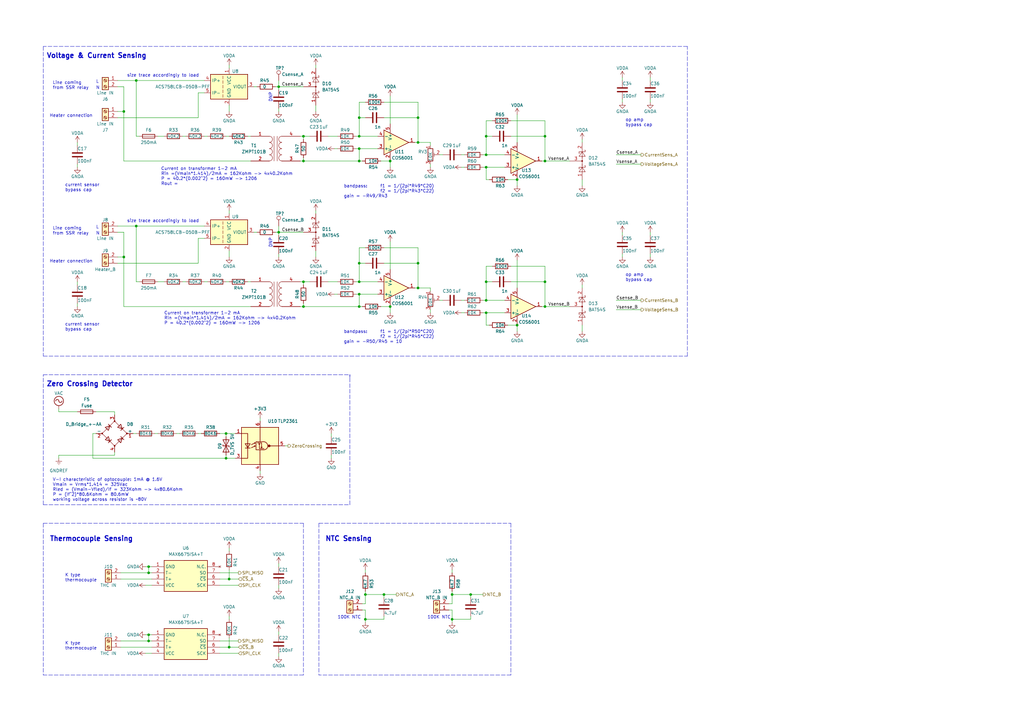
<source format=kicad_sch>
(kicad_sch (version 20211123) (generator eeschema)
  (paper "A3")
  (title_block (title "Reflow Controller"))
  (junction (at 160.02 66.04))
  (junction (at 93.98 265.43))
  (junction (at 199.39 68.58))
  (junction (at 160.02 125.73))
  (junction (at 114.3 95.25))
  (junction (at 147.32 107.95))
  (junction (at 171.45 58.42))
  (junction (at 149.86 243.84))
  (junction (at 199.39 123.19))
  (junction (at 212.09 73.66))
  (junction (at 185.42 243.84))
  (junction (at 223.52 115.57))
  (junction (at 171.45 118.11))
  (junction (at 147.32 66.04))
  (junction (at 114.3 35.56))
  (junction (at 92.71 177.8))
  (junction (at 147.32 125.73))
  (junction (at 199.39 55.88))
  (junction (at 60.96 262.89))
  (junction (at 60.96 234.95))
  (junction (at 147.32 120.65))
  (junction (at 185.42 254))
  (junction (at 147.32 115.57))
  (junction (at 199.39 115.57))
  (junction (at 147.32 55.88))
  (junction (at 50.8 105.41))
  (junction (at 55.88 92.71))
  (junction (at 149.86 254))
  (junction (at 223.52 66.04))
  (junction (at 124.46 125.73))
  (junction (at 199.39 128.27))
  (junction (at 193.04 243.84))
  (junction (at 212.09 133.35))
  (junction (at 124.46 66.04))
  (junction (at 50.8 45.72))
  (junction (at 60.96 260.35))
  (junction (at 223.52 125.73))
  (junction (at 93.98 237.49))
  (junction (at 124.46 115.57))
  (junction (at 60.96 232.41))
  (junction (at 157.48 243.84))
  (junction (at 171.45 48.26))
  (junction (at 55.88 33.02))
  (junction (at 171.45 107.95))
  (junction (at 124.46 55.88))
  (junction (at 147.32 48.26))
  (junction (at 223.52 55.88))
  (junction (at 92.71 187.96))
  (junction (at 199.39 63.5))
  (junction (at 147.32 60.96))
  (polyline (pts (xy 17.78 19.05) (xy 17.78 146.05)))
  (wire (pts (xy 266.7 31.75) (xy 266.7 33.02)))
  (wire (pts (xy 81.28 38.1) (xy 83.82 38.1)))
  (wire (pts (xy 50.8 105.41) (xy 50.8 125.73)))
  (polyline (pts (xy 124.46 214.63) (xy 124.46 276.86)))
  (wire (pts (xy 208.28 73.66) (xy 212.09 73.66)))
  (wire (pts (xy 184.15 250.19) (xy 185.42 250.19)))
  (polyline (pts (xy 17.78 214.63) (xy 124.46 214.63)))
  (wire (pts (xy 114.3 35.56) (xy 114.3 36.83)))
  (wire (pts (xy 147.32 125.73) (xy 148.59 125.73)))
  (wire (pts (xy 124.46 125.73) (xy 147.32 125.73)))
  (wire (pts (xy 223.52 115.57) (xy 223.52 125.73)))
  (wire (pts (xy 157.48 245.11) (xy 157.48 243.84)))
  (wire (pts (xy 223.52 115.57) (xy 209.55 115.57)))
  (wire (pts (xy 147.32 48.26) (xy 147.32 55.88)))
  (wire (pts (xy 201.93 115.57) (xy 199.39 115.57)))
  (wire (pts (xy 46.99 168.91) (xy 46.99 170.18)))
  (wire (pts (xy 64.77 55.88) (xy 67.31 55.88)))
  (wire (pts (xy 114.3 260.35) (xy 114.3 259.08)))
  (wire (pts (xy 147.32 120.65) (xy 154.94 120.65)))
  (wire (pts (xy 60.96 260.35) (xy 60.96 262.89)))
  (wire (pts (xy 146.05 60.96) (xy 147.32 60.96)))
  (wire (pts (xy 189.23 128.27) (xy 190.5 128.27)))
  (wire (pts (xy 199.39 73.66) (xy 200.66 73.66)))
  (polyline (pts (xy 143.51 207.01) (xy 143.51 153.67)))
  (polyline (pts (xy 130.81 214.63) (xy 209.55 214.63)))
  (wire (pts (xy 124.46 64.77) (xy 124.46 66.04)))
  (wire (pts (xy 223.52 109.22) (xy 223.52 115.57)))
  (wire (pts (xy 93.98 102.87) (xy 93.98 105.41)))
  (wire (pts (xy 157.48 243.84) (xy 149.86 243.84)))
  (wire (pts (xy 137.16 60.96) (xy 138.43 60.96)))
  (wire (pts (xy 93.98 224.79) (xy 93.98 226.06)))
  (wire (pts (xy 93.98 265.43) (xy 97.79 265.43)))
  (wire (pts (xy 114.3 232.41) (xy 114.3 231.14)))
  (polyline (pts (xy 17.78 153.67) (xy 143.51 153.67)))
  (wire (pts (xy 50.8 66.04) (xy 102.87 66.04)))
  (wire (pts (xy 198.12 63.5) (xy 199.39 63.5)))
  (wire (pts (xy 149.86 254) (xy 149.86 255.27)))
  (wire (pts (xy 185.42 242.57) (xy 185.42 243.84)))
  (wire (pts (xy 157.48 252.73) (xy 157.48 254)))
  (wire (pts (xy 50.8 45.72) (xy 48.26 45.72)))
  (wire (pts (xy 114.3 35.56) (xy 124.46 35.56)))
  (wire (pts (xy 255.27 104.14) (xy 255.27 105.41)))
  (wire (pts (xy 74.93 55.88) (xy 76.2 55.88)))
  (wire (pts (xy 129.54 43.18) (xy 129.54 45.72)))
  (wire (pts (xy 92.71 55.88) (xy 93.98 55.88)))
  (wire (pts (xy 93.98 43.18) (xy 93.98 45.72)))
  (wire (pts (xy 49.53 262.89) (xy 60.96 262.89)))
  (wire (pts (xy 149.86 233.68) (xy 149.86 234.95)))
  (wire (pts (xy 59.69 260.35) (xy 60.96 260.35)))
  (wire (pts (xy 157.48 41.91) (xy 171.45 41.91)))
  (wire (pts (xy 193.04 245.11) (xy 193.04 243.84)))
  (wire (pts (xy 212.09 46.99) (xy 212.09 58.42)))
  (wire (pts (xy 157.48 243.84) (xy 162.56 243.84)))
  (wire (pts (xy 50.8 35.56) (xy 50.8 45.72)))
  (wire (pts (xy 137.16 120.65) (xy 138.43 120.65)))
  (wire (pts (xy 157.48 101.6) (xy 171.45 101.6)))
  (wire (pts (xy 114.3 44.45) (xy 114.3 45.72)))
  (wire (pts (xy 104.14 95.25) (xy 105.41 95.25)))
  (wire (pts (xy 49.53 237.49) (xy 62.23 237.49)))
  (polyline (pts (xy 17.78 207.01) (xy 17.78 153.67)))
  (wire (pts (xy 198.12 128.27) (xy 199.39 128.27)))
  (polyline (pts (xy 17.78 207.01) (xy 143.51 207.01)))
  (wire (pts (xy 92.71 186.69) (xy 92.71 187.96)))
  (wire (pts (xy 59.69 240.03) (xy 62.23 240.03)))
  (wire (pts (xy 60.96 232.41) (xy 62.23 232.41)))
  (wire (pts (xy 157.48 254) (xy 149.86 254)))
  (wire (pts (xy 124.46 115.57) (xy 127 115.57)))
  (wire (pts (xy 114.3 95.25) (xy 114.3 96.52)))
  (wire (pts (xy 90.17 177.8) (xy 92.71 177.8)))
  (wire (pts (xy 223.52 55.88) (xy 223.52 66.04)))
  (wire (pts (xy 209.55 49.53) (xy 223.52 49.53)))
  (wire (pts (xy 252.73 127) (xy 262.89 127)))
  (wire (pts (xy 92.71 115.57) (xy 93.98 115.57)))
  (wire (pts (xy 185.42 247.65) (xy 184.15 247.65)))
  (wire (pts (xy 180.34 123.19) (xy 181.61 123.19)))
  (wire (pts (xy 39.37 177.8) (xy 38.1 177.8)))
  (wire (pts (xy 193.04 252.73) (xy 193.04 254)))
  (wire (pts (xy 104.14 35.56) (xy 105.41 35.56)))
  (wire (pts (xy 134.62 115.57) (xy 138.43 115.57)))
  (wire (pts (xy 38.1 187.96) (xy 92.71 187.96)))
  (wire (pts (xy 90.17 240.03) (xy 97.79 240.03)))
  (wire (pts (xy 31.75 124.46) (xy 31.75 125.73)))
  (wire (pts (xy 54.61 177.8) (xy 55.88 177.8)))
  (wire (pts (xy 147.32 101.6) (xy 147.32 107.95)))
  (wire (pts (xy 176.53 67.31) (xy 176.53 68.58)))
  (wire (pts (xy 124.46 66.04) (xy 147.32 66.04)))
  (wire (pts (xy 171.45 107.95) (xy 157.48 107.95)))
  (wire (pts (xy 198.12 123.19) (xy 199.39 123.19)))
  (wire (pts (xy 55.88 55.88) (xy 57.15 55.88)))
  (wire (pts (xy 90.17 262.89) (xy 97.79 262.89)))
  (wire (pts (xy 124.46 55.88) (xy 124.46 57.15)))
  (wire (pts (xy 266.7 40.64) (xy 266.7 41.91)))
  (wire (pts (xy 113.03 35.56) (xy 114.3 35.56)))
  (wire (pts (xy 135.89 186.69) (xy 135.89 187.96)))
  (wire (pts (xy 50.8 125.73) (xy 102.87 125.73)))
  (wire (pts (xy 208.28 133.35) (xy 212.09 133.35)))
  (wire (pts (xy 149.86 247.65) (xy 148.59 247.65)))
  (wire (pts (xy 48.26 107.95) (xy 81.28 107.95)))
  (wire (pts (xy 171.45 41.91) (xy 171.45 48.26)))
  (wire (pts (xy 170.18 58.42) (xy 171.45 58.42)))
  (wire (pts (xy 252.73 67.31) (xy 262.89 67.31)))
  (wire (pts (xy 223.52 49.53) (xy 223.52 55.88)))
  (wire (pts (xy 223.52 125.73) (xy 233.68 125.73)))
  (wire (pts (xy 176.53 118.11) (xy 176.53 119.38)))
  (wire (pts (xy 101.6 55.88) (xy 102.87 55.88)))
  (wire (pts (xy 147.32 115.57) (xy 154.94 115.57)))
  (wire (pts (xy 255.27 31.75) (xy 255.27 33.02)))
  (wire (pts (xy 185.42 250.19) (xy 185.42 254)))
  (wire (pts (xy 59.69 267.97) (xy 62.23 267.97)))
  (wire (pts (xy 124.46 124.46) (xy 124.46 125.73)))
  (wire (pts (xy 124.46 115.57) (xy 124.46 116.84)))
  (wire (pts (xy 222.25 125.73) (xy 223.52 125.73)))
  (wire (pts (xy 147.32 66.04) (xy 148.59 66.04)))
  (wire (pts (xy 238.76 133.35) (xy 238.76 135.89)))
  (wire (pts (xy 114.3 92.71) (xy 114.3 95.25)))
  (wire (pts (xy 170.18 118.11) (xy 171.45 118.11)))
  (wire (pts (xy 147.32 120.65) (xy 147.32 125.73)))
  (wire (pts (xy 24.13 168.91) (xy 31.75 168.91)))
  (wire (pts (xy 148.59 250.19) (xy 149.86 250.19)))
  (wire (pts (xy 90.17 265.43) (xy 93.98 265.43)))
  (wire (pts (xy 223.52 66.04) (xy 233.68 66.04)))
  (wire (pts (xy 149.86 107.95) (xy 147.32 107.95)))
  (wire (pts (xy 222.25 66.04) (xy 223.52 66.04)))
  (wire (pts (xy 189.23 68.58) (xy 190.5 68.58)))
  (wire (pts (xy 48.26 33.02) (xy 55.88 33.02)))
  (wire (pts (xy 147.32 107.95) (xy 147.32 115.57)))
  (wire (pts (xy 193.04 243.84) (xy 198.12 243.84)))
  (wire (pts (xy 24.13 167.64) (xy 24.13 168.91)))
  (wire (pts (xy 81.28 97.79) (xy 83.82 97.79)))
  (wire (pts (xy 81.28 107.95) (xy 81.28 97.79)))
  (wire (pts (xy 123.19 55.88) (xy 124.46 55.88)))
  (wire (pts (xy 59.69 232.41) (xy 60.96 232.41)))
  (wire (pts (xy 114.3 33.02) (xy 114.3 35.56)))
  (wire (pts (xy 201.93 49.53) (xy 199.39 49.53)))
  (wire (pts (xy 149.86 242.57) (xy 149.86 243.84)))
  (wire (pts (xy 238.76 57.15) (xy 238.76 58.42)))
  (wire (pts (xy 149.86 41.91) (xy 147.32 41.91)))
  (wire (pts (xy 55.88 115.57) (xy 57.15 115.57)))
  (polyline (pts (xy 281.94 19.05) (xy 17.78 19.05)))
  (wire (pts (xy 156.21 125.73) (xy 160.02 125.73)))
  (wire (pts (xy 39.37 168.91) (xy 46.99 168.91)))
  (wire (pts (xy 129.54 86.36) (xy 129.54 87.63)))
  (wire (pts (xy 212.09 106.68) (xy 212.09 118.11)))
  (wire (pts (xy 135.89 179.07) (xy 135.89 177.8)))
  (wire (pts (xy 199.39 115.57) (xy 199.39 123.19)))
  (wire (pts (xy 55.88 33.02) (xy 55.88 55.88)))
  (wire (pts (xy 60.96 260.35) (xy 62.23 260.35)))
  (wire (pts (xy 48.26 92.71) (xy 55.88 92.71)))
  (wire (pts (xy 124.46 66.04) (xy 123.19 66.04)))
  (wire (pts (xy 209.55 109.22) (xy 223.52 109.22)))
  (wire (pts (xy 116.84 182.88) (xy 118.11 182.88)))
  (wire (pts (xy 199.39 63.5) (xy 207.01 63.5)))
  (wire (pts (xy 171.45 118.11) (xy 176.53 118.11)))
  (wire (pts (xy 147.32 55.88) (xy 154.94 55.88)))
  (wire (pts (xy 64.77 115.57) (xy 67.31 115.57)))
  (wire (pts (xy 149.86 48.26) (xy 147.32 48.26)))
  (polyline (pts (xy 209.55 276.86) (xy 130.81 276.86)))
  (wire (pts (xy 255.27 40.64) (xy 255.27 41.91)))
  (wire (pts (xy 156.21 66.04) (xy 160.02 66.04)))
  (wire (pts (xy 113.03 95.25) (xy 114.3 95.25)))
  (wire (pts (xy 134.62 55.88) (xy 138.43 55.88)))
  (wire (pts (xy 238.76 116.84) (xy 238.76 118.11)))
  (wire (pts (xy 201.93 109.22) (xy 199.39 109.22)))
  (wire (pts (xy 160.02 125.73) (xy 160.02 128.27)))
  (wire (pts (xy 147.32 60.96) (xy 154.94 60.96)))
  (wire (pts (xy 106.68 171.45) (xy 106.68 172.72)))
  (wire (pts (xy 24.13 186.69) (xy 24.13 187.96)))
  (wire (pts (xy 199.39 133.35) (xy 200.66 133.35)))
  (wire (pts (xy 199.39 55.88) (xy 199.39 63.5)))
  (wire (pts (xy 38.1 177.8) (xy 38.1 187.96)))
  (polyline (pts (xy 281.94 146.05) (xy 281.94 19.05)))
  (polyline (pts (xy 143.51 153.67) (xy 143.51 154.94)))
  (wire (pts (xy 114.3 104.14) (xy 114.3 105.41)))
  (wire (pts (xy 55.88 33.02) (xy 83.82 33.02)))
  (wire (pts (xy 171.45 101.6) (xy 171.45 107.95)))
  (wire (pts (xy 93.98 86.36) (xy 93.98 87.63)))
  (wire (pts (xy 93.98 252.73) (xy 93.98 254)))
  (wire (pts (xy 46.99 185.42) (xy 46.99 186.69)))
  (wire (pts (xy 199.39 128.27) (xy 207.01 128.27)))
  (wire (pts (xy 171.45 58.42) (xy 171.45 48.26)))
  (wire (pts (xy 106.68 193.04) (xy 106.68 194.31)))
  (wire (pts (xy 252.73 123.19) (xy 262.89 123.19)))
  (wire (pts (xy 93.98 26.67) (xy 93.98 27.94)))
  (wire (pts (xy 92.71 177.8) (xy 96.52 177.8)))
  (wire (pts (xy 146.05 55.88) (xy 147.32 55.88)))
  (wire (pts (xy 180.34 63.5) (xy 181.61 63.5)))
  (wire (pts (xy 185.42 233.68) (xy 185.42 234.95)))
  (wire (pts (xy 101.6 115.57) (xy 102.87 115.57)))
  (wire (pts (xy 90.17 237.49) (xy 93.98 237.49)))
  (wire (pts (xy 198.12 68.58) (xy 199.39 68.58)))
  (wire (pts (xy 223.52 55.88) (xy 209.55 55.88)))
  (wire (pts (xy 199.39 128.27) (xy 199.39 133.35)))
  (wire (pts (xy 83.82 115.57) (xy 85.09 115.57)))
  (wire (pts (xy 60.96 262.89) (xy 62.23 262.89)))
  (polyline (pts (xy 17.78 214.63) (xy 17.78 276.86)))
  (wire (pts (xy 160.02 66.04) (xy 160.02 68.58)))
  (wire (pts (xy 189.23 123.19) (xy 190.5 123.19)))
  (wire (pts (xy 55.88 92.71) (xy 55.88 115.57)))
  (wire (pts (xy 83.82 55.88) (xy 85.09 55.88)))
  (polyline (pts (xy 209.55 214.63) (xy 209.55 276.86)))
  (polyline (pts (xy 124.46 276.86) (xy 17.78 276.86)))
  (wire (pts (xy 81.28 177.8) (xy 82.55 177.8)))
  (wire (pts (xy 212.09 133.35) (xy 212.09 135.89)))
  (wire (pts (xy 199.39 109.22) (xy 199.39 115.57)))
  (wire (pts (xy 149.86 101.6) (xy 147.32 101.6)))
  (wire (pts (xy 60.96 234.95) (xy 62.23 234.95)))
  (wire (pts (xy 50.8 45.72) (xy 50.8 66.04)))
  (wire (pts (xy 255.27 95.25) (xy 255.27 96.52)))
  (wire (pts (xy 160.02 99.06) (xy 160.02 110.49)))
  (wire (pts (xy 199.39 68.58) (xy 207.01 68.58)))
  (wire (pts (xy 124.46 125.73) (xy 123.19 125.73)))
  (wire (pts (xy 189.23 63.5) (xy 190.5 63.5)))
  (wire (pts (xy 149.86 243.84) (xy 149.86 247.65)))
  (wire (pts (xy 266.7 104.14) (xy 266.7 105.41)))
  (wire (pts (xy 93.98 237.49) (xy 97.79 237.49)))
  (wire (pts (xy 90.17 267.97) (xy 97.79 267.97)))
  (wire (pts (xy 92.71 187.96) (xy 96.52 187.96)))
  (wire (pts (xy 176.53 58.42) (xy 176.53 59.69)))
  (wire (pts (xy 146.05 120.65) (xy 147.32 120.65)))
  (wire (pts (xy 123.19 115.57) (xy 124.46 115.57)))
  (wire (pts (xy 72.39 177.8) (xy 73.66 177.8)))
  (wire (pts (xy 171.45 48.26) (xy 157.48 48.26)))
  (wire (pts (xy 114.3 267.97) (xy 114.3 269.24)))
  (wire (pts (xy 55.88 92.71) (xy 83.82 92.71)))
  (wire (pts (xy 50.8 105.41) (xy 48.26 105.41)))
  (wire (pts (xy 193.04 243.84) (xy 185.42 243.84)))
  (wire (pts (xy 129.54 102.87) (xy 129.54 105.41)))
  (wire (pts (xy 48.26 95.25) (xy 50.8 95.25)))
  (wire (pts (xy 49.53 265.43) (xy 62.23 265.43)))
  (wire (pts (xy 31.75 58.42) (xy 31.75 59.69)))
  (wire (pts (xy 171.45 58.42) (xy 176.53 58.42)))
  (wire (pts (xy 93.98 261.62) (xy 93.98 265.43)))
  (wire (pts (xy 48.26 35.56) (xy 50.8 35.56)))
  (wire (pts (xy 199.39 49.53) (xy 199.39 55.88)))
  (wire (pts (xy 252.73 63.5) (xy 262.89 63.5)))
  (wire (pts (xy 114.3 95.25) (xy 124.46 95.25)))
  (wire (pts (xy 212.09 73.66) (xy 212.09 76.2)))
  (wire (pts (xy 160.02 39.37) (xy 160.02 50.8)))
  (wire (pts (xy 63.5 177.8) (xy 64.77 177.8)))
  (wire (pts (xy 124.46 55.88) (xy 127 55.88)))
  (wire (pts (xy 31.75 115.57) (xy 31.75 116.84)))
  (wire (pts (xy 199.39 123.19) (xy 207.01 123.19)))
  (wire (pts (xy 176.53 127) (xy 176.53 128.27)))
  (wire (pts (xy 171.45 118.11) (xy 171.45 107.95)))
  (wire (pts (xy 48.26 48.26) (xy 81.28 48.26)))
  (polyline (pts (xy 17.78 146.05) (xy 281.94 146.05)))
  (wire (pts (xy 46.99 186.69) (xy 24.13 186.69)))
  (wire (pts (xy 193.04 254) (xy 185.42 254)))
  (wire (pts (xy 201.93 55.88) (xy 199.39 55.88)))
  (wire (pts (xy 238.76 73.66) (xy 238.76 76.2)))
  (wire (pts (xy 149.86 250.19) (xy 149.86 254)))
  (wire (pts (xy 50.8 95.25) (xy 50.8 105.41)))
  (wire (pts (xy 199.39 68.58) (xy 199.39 73.66)))
  (wire (pts (xy 93.98 233.68) (xy 93.98 237.49)))
  (wire (pts (xy 92.71 177.8) (xy 92.71 179.07)))
  (wire (pts (xy 60.96 232.41) (xy 60.96 234.95)))
  (wire (pts (xy 129.54 26.67) (xy 129.54 27.94)))
  (polyline (pts (xy 130.81 214.63) (xy 130.81 276.86)))
  (wire (pts (xy 74.93 115.57) (xy 76.2 115.57)))
  (wire (pts (xy 185.42 243.84) (xy 185.42 247.65)))
  (wire (pts (xy 81.28 48.26) (xy 81.28 38.1)))
  (wire (pts (xy 49.53 234.95) (xy 60.96 234.95)))
  (wire (pts (xy 185.42 254) (xy 185.42 255.27)))
  (wire (pts (xy 147.32 41.91) (xy 147.32 48.26)))
  (wire (pts (xy 146.05 115.57) (xy 147.32 115.57)))
  (wire (pts (xy 90.17 234.95) (xy 97.79 234.95)))
  (wire (pts (xy 31.75 67.31) (xy 31.75 68.58)))
  (wire (pts (xy 147.32 60.96) (xy 147.32 66.04)))
  (wire (pts (xy 266.7 95.25) (xy 266.7 96.52)))
  (wire (pts (xy 114.3 240.03) (xy 114.3 241.3)))
  (text "V-I characteristic of optocouple: 1mA @ 1.6V\nVmain = Vrms*1.414 = 325Vac\nRled = (Vmain-Vfled)/If = 323Kohm -> 4x80.6Kohm\nP = (If^2)*80.6Kohm = 80.6mW\nworking voltage across resistor is ~80V " (at 21.59 205.74 0) (effects (font (size 1.27 1.27)) (justify left bottom)))
  (text "Line coming \nfrom SSR relay" (at 21.59 96.52 0) (effects (font (size 1.27 1.27)) (justify left bottom)))
  (text "Voltage & Current Sensing" (at 19.05 24.13 0) (effects (font (size 2 2) (thickness 0.4) bold) (justify left bottom)))
  (text "100K NTC" (at 175.26 254 0) (effects (font (size 1.27 1.27)) (justify left bottom)))
  (text "size trace accordingly to load" (at 52.07 31.75 0) (effects (font (size 1.27 1.27)) (justify left bottom)))
  (text "N\n" (at 39.37 96.52 0) (effects (font (size 1.27 1.27)) (justify left bottom)))
  (text "Current on transformer 1-2 mA\nRin =(Vmain*1.414)/2mA = 162Kohm -> 4x40.2Kohm\nP = 40.2*(0.002^2) = 160mW -> 1206\nRout =" (at 66.04 76.2 0) (effects (font (size 1.27 1.27)) (justify left bottom)))
  (text "Current on transformer 1-2 mA\nRin =(Vmain*1.414)/2mA = 162Kohm -> 4x40.2Kohm\nP = 40.2*(0.002^2) = 160mW -> 1206\n" (at 67.31 133.35 0) (effects (font (size 1.27 1.27)) (justify left bottom)))
  (text "L" (at 39.37 34.29 0) (effects (font (size 1.27 1.27)) (justify left bottom)))
  (text "bandpass:	f1 = 1/(2pi*R50*C20)\n			f2 = 1/(2pi*R45*C22)\ngain = -R50/R45 = 10\n" (at 140.97 140.97 0) (effects (font (size 1.27 1.27)) (justify left bottom)))
  (text "N\n" (at 39.37 36.83 0) (effects (font (size 1.27 1.27)) (justify left bottom)))
  (text "Line coming \nfrom SSR relay" (at 21.59 36.83 0) (effects (font (size 1.27 1.27)) (justify left bottom)))
  (text "Heater connection" (at 20.32 48.26 0) (effects (font (size 1.27 1.27)) (justify left bottom)))
  (text "DNP\n" (at 111.76 41.91 90) (effects (font (size 1.27 1.27)) (justify left bottom)))
  (text "op amp\nbypass cap\n" (at 256.54 52.07 0) (effects (font (size 1.27 1.27)) (justify left bottom)))
  (text "Heater connection" (at 20.32 107.95 0) (effects (font (size 1.27 1.27)) (justify left bottom)))
  (text "NTC Sensing" (at 133.35 222.25 0) (effects (font (size 2 2) (thickness 0.4) bold) (justify left bottom)))
  (text "K type \nthermocouple" (at 26.67 238.76 0) (effects (font (size 1.27 1.27)) (justify left bottom)))
  (text "size trace accordingly to load" (at 52.07 91.44 0) (effects (font (size 1.27 1.27)) (justify left bottom)))
  (text "bandpass:	f1 = 1/(2pi*R49*C20)\n			f2 = 1/(2pi*R43*C22)\ngain = -R49/R43\n" (at 140.97 81.28 0) (effects (font (size 1.27 1.27)) (justify left bottom)))
  (text "Zero Crossing Detector\n" (at 19.05 158.75 0) (effects (font (size 2 2) (thickness 0.4) bold) (justify left bottom)))
  (text "current sensor\nbypass cap\n" (at 26.67 78.74 0) (effects (font (size 1.27 1.27)) (justify left bottom)))
  (text "op amp\nbypass cap\n" (at 256.54 115.57 0) (effects (font (size 1.27 1.27)) (justify left bottom)))
  (text "Thermocouple Sensing" (at 20.32 222.25 0) (effects (font (size 2 2) (thickness 0.4) bold) (justify left bottom)))
  (text "DNP\n" (at 111.76 101.6 90) (effects (font (size 1.27 1.27)) (justify left bottom)))
  (text "100K NTC" (at 138.43 254 0) (effects (font (size 1.27 1.27)) (justify left bottom)))
  (text "current sensor\nbypass cap\n" (at 26.67 135.89 0) (effects (font (size 1.27 1.27)) (justify left bottom)))
  (text "K type \nthermocouple" (at 26.67 266.7 0) (effects (font (size 1.27 1.27)) (justify left bottom)))
  (text "L" (at 39.37 93.98 0) (effects (font (size 1.27 1.27)) (justify left bottom)))
  (label "Vsense_A" (at 252.73 67.31 0))
  (label "Csense_B" (at 252.73 123.19 0))
  (label "Csense_A" (at 115.57 35.56 0))
  (label "Vsense_B" (at 252.73 127 0))
  (label "Csense_A" (at 252.73 63.5 0))
  (label "Vsense_A" (at 224.79 66.04 0))
  (label "Csense_B" (at 115.57 95.25 0))
  (label "Vsense_B" (at 224.79 125.73 0))
  (hierarchical_label "SPI_CLK" (shape input) (at 97.79 267.97 0))
  (hierarchical_label "ZeroCrossing" (shape output) (at 118.11 182.88 0))
  (hierarchical_label "~{CS}_A" (shape input) (at 97.79 237.49 0))
  (hierarchical_label "CurrentSens_A" (shape output) (at 262.89 63.5 0))
  (hierarchical_label "SPI_MISO" (shape output) (at 97.79 234.95 0))
  (hierarchical_label "NTC_B" (shape output) (at 198.12 243.84 0))
  (hierarchical_label "SPI_CLK" (shape input) (at 97.79 240.03 0))
  (hierarchical_label "VoltageSens_B" (shape output) (at 262.89 127 0))
  (hierarchical_label "CurrentSens_B" (shape output) (at 262.89 123.19 0))
  (hierarchical_label "NTC_A" (shape output) (at 162.56 243.84 0))
  (hierarchical_label "SPI_MISO" (shape output) (at 97.79 262.89 0))
  (hierarchical_label "~{CS}_B" (shape input) (at 97.79 265.43 0))
  (hierarchical_label "VoltageSens_A" (shape output) (at 262.89 67.31 0))
  (symbol (lib_id "Device:Fuse") (at 60.96 115.57 90) (unit 1)
    (property "Reference" "F7" (at 60.96 113.03 90))
    (property "Value" "250mA" (at 60.96 118.11 90))
    (property "Footprint" "footprint_lib:Circular_fuse" (effects hide))
  )
  (symbol (lib_id "power:GNDA") (at 129.54 45.72 0) (unit 1)
    (property "Reference" "#PWR084" (effects hide))
    (property "Value" "GNDA" (at 129.54 49.53 0))
  )
  (symbol (lib_id "power:VDDA") (at 149.86 233.68 0) (unit 1)
    (property "Reference" "#PWR091" (effects hide))
    (property "Value" "VDDA" (at 149.86 229.87 0))
  )
  (symbol (lib_id "Device:R") (at 185.42 238.76 0) (unit 1)
    (property "Reference" "R58" (at 187.96 237.49 90) (effects (justify right)))
    (property "Value" "4K7" (at 185.42 237.49 90) (effects (justify right)))
    (property "Footprint" "Resistor_SMD:R_0603_1608Metric" (effects hide))
  )
  (symbol (lib_id "power:GNDA") (at 31.75 68.58 0) (unit 1)
    (property "Reference" "#PWR062" (effects hide))
    (property "Value" "GNDA" (at 31.75 72.39 0))
  )
  (symbol (lib_id "Device:R") (at 153.67 101.6 270) (unit 1)
    (property "Reference" "R57" (at 154.94 99.06 90) (effects (justify right)))
    (property "Value" "100K" (at 156.21 101.6 90) (effects (justify right)))
    (property "Footprint" "Resistor_SMD:R_0603_1608Metric" (effects hide))
  )
  (symbol (lib_id "power:GNDA") (at 266.7 41.91 0) (unit 1)
    (property "Reference" "#PWR0116" (effects hide))
    (property "Value" "GNDA" (at 266.7 45.72 0))
  )
  (symbol (lib_id "power:GNDA") (at 176.53 68.58 0) (unit 1)
    (property "Reference" "#PWR097" (effects hide))
    (property "Value" "GNDA" (at 176.53 72.39 0))
  )
  (symbol (lib_id "Connector:TestPoint") (at 114.3 33.02 0) (unit 1)
    (property "Reference" "TP?" (at 113.03 27.94 0) (effects (justify left)))
    (property "Value" "Csense_A" (at 115.57 30.48 0) (effects (justify left)))
  )
  (symbol (lib_id "Device:R") (at 205.74 109.22 270) (unit 1)
    (property "Reference" "R66" (at 207.01 106.68 90) (effects (justify right)))
    (property "Value" "100K" (at 208.28 109.22 90) (effects (justify right)))
    (property "Footprint" "Resistor_SMD:R_0603_1608Metric" (effects hide))
  )
  (symbol (lib_id "Device:R") (at 152.4 66.04 90) (unit 1)
    (property "Reference" "R54" (at 151.13 68.58 90) (effects (justify right)))
    (property "Value" "10K" (at 151.13 66.04 90) (effects (justify right)))
    (property "Footprint" "Resistor_SMD:R_0603_1608Metric" (effects hide))
  )
  (symbol (lib_id "Device:R") (at 194.31 68.58 270) (unit 1)
    (property "Reference" "R60" (at 195.58 66.04 90) (effects (justify right)))
    (property "Value" "10K" (at 195.58 68.58 90) (effects (justify right)))
    (property "Footprint" "Resistor_SMD:R_0603_1608Metric" (effects hide))
  )
  (symbol (lib_id "power:VDDA") (at 59.69 240.03 90) (unit 1)
    (property "Reference" "#PWR066" (effects hide))
    (property "Value" "VDDA" (at 54.61 240.03 90))
  )
  (symbol (lib_id "Device:R") (at 205.74 49.53 270) (unit 1)
    (property "Reference" "R65" (at 207.01 46.99 90) (effects (justify right)))
    (property "Value" "100K" (at 208.28 49.53 90) (effects (justify right)))
    (property "Footprint" "Resistor_SMD:R_0603_1608Metric" (effects hide))
  )
  (symbol (lib_id "Isolator:TLP2748") (at 106.68 182.88 0) (unit 1)
    (property "Reference" "U10" (at 111.76 172.72 0))
    (property "Value" "TLP2361" (at 118.11 172.72 0))
    (property "Footprint" "footprint_lib:11-4L1S_5-PIN-SOIC_" (effects hide))
    (property "Datasheet" "./datasheets/TLP2361_datasheet_en_20151102-1079441.pdf" (effects hide))
  )
  (symbol (lib_id "power:VDDA") (at 212.09 106.68 0) (unit 1)
    (property "Reference" "#PWR0105" (effects hide))
    (property "Value" "VDDA" (at 212.09 102.87 0))
  )
  (symbol (lib_id "power:GNDA") (at 266.7 105.41 0) (unit 1)
    (property "Reference" "#PWR0118" (effects hide))
    (property "Value" "GNDA" (at 266.7 109.22 0))
  )
  (symbol (lib_id "power:VDDA") (at 93.98 26.67 0) (unit 1)
    (property "Reference" "#PWR069" (effects hide))
    (property "Value" "VDDA" (at 93.98 22.86 0))
  )
  (symbol (lib_id "Device:R") (at 97.79 55.88 270) (unit 1)
    (property "Reference" "R43" (at 97.79 58.42 90))
    (property "Value" "40K2" (at 97.79 55.88 90))
    (property "Footprint" "Resistor_SMD:R_1206_3216Metric_Pad1.30x1.75mm_HandSolder" (effects hide))
  )
  (symbol (lib_id "power:VDDA") (at 185.42 233.68 0) (unit 1)
    (property "Reference" "#PWR099" (effects hide))
    (property "Value" "VDDA" (at 185.42 229.87 0))
  )
  (symbol (lib_id "Device:C") (at 130.81 55.88 90) (unit 1)
    (property "Reference" "C23" (at 130.81 52.07 90) (effects (justify left)))
    (property "Value" "1uF" (at 134.62 52.07 90) (effects (justify left)))
    (property "Footprint" "Capacitor_SMD:C_0805_2012Metric" (effects hide))
  )
  (symbol (lib_id "Device:R") (at 88.9 55.88 90) (unit 1)
    (property "Reference" "R39" (at 88.9 53.34 90))
    (property "Value" "40K2" (at 88.9 55.88 90))
    (property "Footprint" "Resistor_SMD:R_1206_3216Metric_Pad1.30x1.75mm_HandSolder" (effects hide))
  )
  (symbol (lib_id "power:GNDA") (at 59.69 232.41 270) (unit 1)
    (property "Reference" "#PWR065" (effects hide))
    (property "Value" "GNDA" (at 54.61 232.41 90))
  )
  (symbol (lib_id "Device:R") (at 93.98 257.81 0) (unit 1)
    (property "Reference" "R42" (at 96.52 256.54 90) (effects (justify right)))
    (property "Value" "10K" (at 93.98 256.54 90) (effects (justify right)))
    (property "Footprint" "Resistor_SMD:R_0603_1608Metric" (effects hide))
  )
  (symbol (lib_id "power:GNDA") (at 160.02 128.27 0) (unit 1)
    (property "Reference" "#PWR096" (effects hide))
    (property "Value" "GNDA" (at 160.02 132.08 0))
  )
  (symbol (lib_id "power:VDDA") (at 59.69 267.97 90) (unit 1)
    (property "Reference" "#PWR068" (effects hide))
    (property "Value" "VDDA" (at 54.61 267.97 90))
  )
  (symbol (lib_id "Device:C") (at 31.75 120.65 0) (unit 1)
    (property "Reference" "C18" (at 31.75 118.11 0) (effects (justify left)))
    (property "Value" "100nF" (at 31.75 123.19 0) (effects (justify left)))
    (property "Footprint" "Capacitor_SMD:C_0603_1608Metric" (effects hide))
  )
  (symbol (lib_id "power:VDDA") (at 31.75 115.57 0) (unit 1)
    (property "Reference" "#PWR063" (effects hide))
    (property "Value" "VDDA" (at 31.75 111.76 0))
  )
  (symbol (lib_id "power:VDDA") (at 189.23 128.27 90) (unit 1)
    (property "Reference" "#PWR0102" (effects hide))
    (property "Value" "VDDA" (at 184.15 128.27 90))
  )
  (symbol (lib_id "Diode:BAT54S") (at 238.76 125.73 270) (mirror x) (unit 1)
    (property "Reference" "D13" (at 241.3 124.4599 90) (effects (justify left)))
    (property "Value" "BAT54S" (at 241.3 126.9999 90) (effects (justify left)))
    (property "Footprint" "Package_TO_SOT_SMD:SOT-23" (effects hide))
    (property "Datasheet" "./datasheets/BAT54_A_C_S.pdf" (effects hide))
  )
  (symbol (lib_id "power:GNDA") (at 114.3 241.3 0) (unit 1)
    (property "Reference" "#PWR080" (effects hide))
    (property "Value" "GNDA" (at 114.3 245.11 0))
  )
  (symbol (lib_id "comp_lib:MAX6675ISA+T") (at 62.23 232.41 0) (unit 1)
    (property "Reference" "U6" (at 76.2 224.79 0))
    (property "Value" "MAX6675ISA+T" (at 76.2 227.33 0))
    (property "Footprint" "footprint_lib:SOIC127P600X175-8N" (effects hide))
    (property "Datasheet" ".\\datasheets\\MAX6675-3130113.pdf" (effects hide))
    (property "Reference_1" "IC" (effects hide))
    (property "Value_1" "MAX6675ISA+T" (effects hide))
    (property "Footprint_1" "SOIC127P600X175-8N" (effects hide))
    (property "Datasheet_1" "https://datasheets.maximintegrated.com/en/ds/MAX6675.pdf" (effects hide))
    (property "Height" "1.75" (effects hide))
    (property "Mouser Part Number" "700-MAX6675ISAT" (effects hide))
    (property "Mouser Price/Stock" "https://www.mouser.co.uk/ProductDetail/Analog-Devices-Maxim-Integrated/MAX6675ISA%2bT?qs=1THa7WoU59FV%2FT3S8QjZ%252Bg%3D%3D" (effects hide))
    (property "Manufacturer_Name" "Analog Devices" (effects hide))
    (property "Manufacturer_Part_Number" "MAX6675ISA+T" (effects hide))
  )
  (symbol (lib_id "power:VDDA") (at 114.3 231.14 0) (unit 1)
    (property "Reference" "#PWR079" (effects hide))
    (property "Value" "VDDA" (at 114.3 227.33 0))
  )
  (symbol (lib_id "comp_lib:MAX6675ISA+T") (at 62.23 260.35 0) (unit 1)
    (property "Reference" "U7" (at 76.2 252.73 0))
    (property "Value" "MAX6675ISA+T" (at 76.2 255.27 0))
    (property "Footprint" "footprint_lib:SOIC127P600X175-8N" (effects hide))
    (property "Datasheet" ".\\datasheets\\MAX6675-3130113.pdf" (effects hide))
    (property "Reference_1" "IC" (effects hide))
    (property "Value_1" "MAX6675ISA+T" (effects hide))
    (property "Footprint_1" "SOIC127P600X175-8N" (effects hide))
    (property "Datasheet_1" "https://datasheets.maximintegrated.com/en/ds/MAX6675.pdf" (effects hide))
    (property "Height" "1.75" (effects hide))
    (property "Mouser Part Number" "700-MAX6675ISAT" (effects hide))
    (property "Mouser Price/Stock" "https://www.mouser.co.uk/ProductDetail/Analog-Devices-Maxim-Integrated/MAX6675ISA%2bT?qs=1THa7WoU59FV%2FT3S8QjZ%252Bg%3D%3D" (effects hide))
    (property "Manufacturer_Name" "Analog Devices" (effects hide))
    (property "Manufacturer_Part_Number" "MAX6675ISA+T" (effects hide))
  )
  (symbol (lib_id "Device:R") (at 68.58 177.8 90) (unit 1)
    (property "Reference" "R32" (at 68.58 175.26 90))
    (property "Value" "80K6" (at 68.58 177.8 90))
    (property "Footprint" "Resistor_SMD:R_0805_2012Metric_Pad1.20x1.40mm_HandSolder" (effects hide))
  )
  (symbol (lib_id "power:GNDA") (at 59.69 260.35 270) (unit 1)
    (property "Reference" "#PWR067" (effects hide))
    (property "Value" "GNDA" (at 54.61 260.35 90))
  )
  (symbol (lib_id "Device:R") (at 80.01 55.88 90) (unit 1)
    (property "Reference" "R36" (at 80.01 53.34 90))
    (property "Value" "40K2" (at 80.01 55.88 90))
    (property "Footprint" "Resistor_SMD:R_1206_3216Metric_Pad1.30x1.75mm_HandSolder" (effects hide))
  )
  (symbol (lib_id "Device:R") (at 124.46 120.65 180) (unit 1)
    (property "Reference" "R48" (at 121.92 120.65 90))
    (property "Value" "50" (at 124.46 120.65 90))
    (property "Footprint" "Resistor_SMD:R_0805_2012Metric_Pad1.20x1.40mm_HandSolder" (effects hide))
  )
  (symbol (lib_id "Device:C") (at 130.81 115.57 90) (unit 1)
    (property "Reference" "C24" (at 130.81 111.76 90) (effects (justify left)))
    (property "Value" "1uF" (at 134.62 111.76 90) (effects (justify left)))
    (property "Footprint" "Capacitor_SMD:C_0805_2012Metric" (effects hide))
  )
  (symbol (lib_id "power:VDDA") (at 93.98 86.36 0) (unit 1)
    (property "Reference" "#PWR071" (effects hide))
    (property "Value" "VDDA" (at 93.98 82.55 0))
  )
  (symbol (lib_id "Connector:Screw_Terminal_01x02") (at 43.18 107.95 180) (unit 1)
    (property "Reference" "J9" (at 43.18 102.87 0))
    (property "Value" "Heater_B" (at 43.18 110.49 0))
    (property "Footprint" "TerminalBlock:TerminalBlock_bornier-2_P5.08mm" (effects hide))
  )
  (symbol (lib_id "Device:R") (at 142.24 120.65 270) (unit 1)
    (property "Reference" "R52" (at 143.51 118.11 90) (effects (justify right)))
    (property "Value" "10K" (at 143.51 120.65 90) (effects (justify right)))
    (property "Footprint" "Resistor_SMD:R_0603_1608Metric" (effects hide))
  )
  (symbol (lib_id "Device:R") (at 153.67 41.91 270) (unit 1)
    (property "Reference" "R56" (at 154.94 39.37 90) (effects (justify right)))
    (property "Value" "100K" (at 156.21 41.91 90) (effects (justify right)))
    (property "Footprint" "Resistor_SMD:R_0603_1608Metric" (effects hide))
  )
  (symbol (lib_id "Device:R") (at 88.9 115.57 90) (unit 1)
    (property "Reference" "R40" (at 88.9 113.03 90))
    (property "Value" "40K2" (at 88.9 115.57 90))
    (property "Footprint" "Resistor_SMD:R_1206_3216Metric_Pad1.30x1.75mm_HandSolder" (effects hide))
  )
  (symbol (lib_id "Device:C") (at 255.27 100.33 0) (unit 1)
    (property "Reference" "C35" (at 255.27 97.79 0) (effects (justify left)))
    (property "Value" "100nF" (at 255.27 102.87 0) (effects (justify left)))
    (property "Footprint" "Capacitor_SMD:C_0603_1608Metric" (effects hide))
  )
  (symbol (lib_id "power:GNDA") (at 160.02 68.58 0) (unit 1)
    (property "Reference" "#PWR094" (effects hide))
    (property "Value" "GNDA" (at 160.02 72.39 0))
  )
  (symbol (lib_id "Amplifier_Operational:LM321") (at 214.63 125.73 0) (unit 1)
    (property "Reference" "U14" (at 215.9 129.54 0))
    (property "Value" "COS6001" (at 217.17 132.08 0))
    (property "Footprint" "Package_TO_SOT_SMD:SOT-23-5" (effects hide))
    (property "Datasheet" ".\\datasheets\\2212150930_COSINE-COS6001TR_C5306796.pdf" (effects hide))
  )
  (symbol (lib_id "Device:C") (at 266.7 36.83 0) (unit 1)
    (property "Reference" "C36" (at 266.7 34.29 0) (effects (justify left)))
    (property "Value" "100nF" (at 266.7 39.37 0) (effects (justify left)))
    (property "Footprint" "Capacitor_SMD:C_0603_1608Metric" (effects hide))
  )
  (symbol (lib_id "power:VDDA") (at 137.16 60.96 90) (unit 1)
    (property "Reference" "#PWR089" (effects hide))
    (property "Value" "VDDA" (at 132.08 60.96 90))
  )
  (symbol (lib_id "power:GNDREF") (at 24.13 187.96 0) (unit 1)
    (property "Reference" "#PWR060" (effects hide))
    (property "Value" "GNDREF" (at 24.13 193.04 0))
  )
  (symbol (lib_id "power:GNDA") (at 185.42 255.27 0) (unit 1)
    (property "Reference" "#PWR0100" (effects hide))
    (property "Value" "GNDA" (at 185.42 259.08 0))
  )
  (symbol (lib_id "power:VDDA") (at 238.76 116.84 0) (unit 1)
    (property "Reference" "#PWR0109" (effects hide))
    (property "Value" "VDDA" (at 238.76 113.03 0))
  )
  (symbol (lib_id "Device:C") (at 266.7 100.33 0) (unit 1)
    (property "Reference" "C37" (at 266.7 97.79 0) (effects (justify left)))
    (property "Value" "100nF" (at 266.7 102.87 0) (effects (justify left)))
    (property "Footprint" "Capacitor_SMD:C_0603_1608Metric" (effects hide))
  )
  (symbol (lib_id "power:VDDA") (at 31.75 58.42 0) (unit 1)
    (property "Reference" "#PWR061" (effects hide))
    (property "Value" "VDDA" (at 31.75 54.61 0))
  )
  (symbol (lib_id "Device:C") (at 205.74 55.88 90) (unit 1)
    (property "Reference" "C32" (at 207.01 52.07 90) (effects (justify left)))
    (property "Value" "1n" (at 208.28 59.69 90) (effects (justify left)))
    (property "Footprint" "Capacitor_SMD:C_0603_1608Metric" (effects hide))
  )
  (symbol (lib_id "Device:C") (at 135.89 182.88 0) (unit 1)
    (property "Reference" "C25" (at 135.89 180.34 0) (effects (justify left)))
    (property "Value" "100nF" (at 135.89 185.42 0) (effects (justify left)))
    (property "Footprint" "Capacitor_SMD:C_0603_1608Metric" (effects hide))
  )
  (symbol (lib_id "power:GNDA") (at 149.86 255.27 0) (unit 1)
    (property "Reference" "#PWR092" (effects hide))
    (property "Value" "GNDA" (at 149.86 259.08 0))
  )
  (symbol (lib_id "power:GNDA") (at 255.27 105.41 0) (unit 1)
    (property "Reference" "#PWR0114" (effects hide))
    (property "Value" "GNDA" (at 255.27 109.22 0))
  )
  (symbol (lib_id "Device:C") (at 114.3 100.33 0) (unit 1)
    (property "Reference" "C20" (at 114.3 97.79 0) (effects (justify left)))
    (property "Value" "100nF" (at 114.3 102.87 0) (effects (justify left)))
    (property "Footprint" "Capacitor_SMD:C_0603_1608Metric" (effects hide))
  )
  (symbol (lib_id "Sensor_Current:ACS758xCB-050B-PFF") (at 93.98 35.56 0) (unit 1)
    (property "Reference" "U8" (at 96.52 29.21 0))
    (property "Value" "ACS758LCB-050B-PFF" (at 74.93 35.56 0))
    (property "Footprint" "Sensor_Current:Allegro_CB_PFF" (effects hide))
    (property "Datasheet" "http://www.allegromicro.com/~/media/Files/Datasheets/ACS758-Datasheet.ashx?la=en" (effects hide))
  )
  (symbol (lib_name "Screw_Terminal_01x02_1") (lib_id "Connector:Screw_Terminal_01x02") (at 43.18 35.56 180) (unit 1)
    (property "Reference" "J6" (at 43.18 40.64 0))
    (property "Value" "Line IN" (at 43.18 38.1 0))
    (property "Footprint" "TerminalBlock:TerminalBlock_bornier-2_P5.08mm" (effects hide))
  )
  (symbol (lib_id "power:VDDA") (at 137.16 120.65 90) (unit 1)
    (property "Reference" "#PWR090" (effects hide))
    (property "Value" "VDDA" (at 132.08 120.65 90))
  )
  (symbol (lib_id "Connector:Screw_Terminal_01x02") (at 43.18 95.25 180) (unit 1)
    (property "Reference" "J8" (at 43.18 90.17 0))
    (property "Value" "Line IN" (at 43.18 97.79 0))
    (property "Footprint" "TerminalBlock:TerminalBlock_bornier-2_P5.08mm" (effects hide))
  )
  (symbol (lib_id "Device:R") (at 71.12 55.88 90) (unit 1)
    (property "Reference" "R33" (at 71.12 53.34 90))
    (property "Value" "40K2" (at 71.12 55.88 90))
    (property "Footprint" "Resistor_SMD:R_1206_3216Metric_Pad1.30x1.75mm_HandSolder" (effects hide))
  )
  (symbol (lib_id "power:GNDA") (at 31.75 125.73 0) (unit 1)
    (property "Reference" "#PWR064" (effects hide))
    (property "Value" "GNDA" (at 31.75 129.54 0))
  )
  (symbol (lib_id "Device:D_TVS") (at 92.71 182.88 90) (unit 1)
    (property "Reference" "D9" (at 90.17 181.61 0) (effects (justify right)))
    (property "Value" "D_TVS 5V" (at 95.25 177.8 0) (effects (justify right)))
    (property "Footprint" "Diode_SMD:D_SOD-523" (effects hide))
  )
  (symbol (lib_id "Device:R_Potentiometer_Trim") (at 176.53 63.5 0) (unit 1)
    (property "Reference" "RV3" (at 175.26 62.23 0) (effects (justify right)))
    (property "Value" "10K" (at 176.53 62.23 90) (effects (justify right)))
    (property "Footprint" "footprint_lib:TC33X2503E" (effects hide))
  )
  (symbol (lib_id "Device:R") (at 194.31 63.5 270) (unit 1)
    (property "Reference" "R59" (at 195.58 60.96 90) (effects (justify right)))
    (property "Value" "10K" (at 195.58 63.5 90) (effects (justify right)))
    (property "Footprint" "Resistor_SMD:R_0603_1608Metric" (effects hide))
  )
  (symbol (lib_id "power:GNDA") (at 238.76 76.2 0) (unit 1)
    (property "Reference" "#PWR0108" (effects hide))
    (property "Value" "GNDA" (at 238.76 80.01 0))
  )
  (symbol (lib_id "Device:R") (at 86.36 177.8 90) (unit 1)
    (property "Reference" "R38" (at 86.36 175.26 90))
    (property "Value" "80K6" (at 86.36 177.8 90))
    (property "Footprint" "Resistor_SMD:R_0805_2012Metric_Pad1.20x1.40mm_HandSolder" (effects hide))
  )
  (symbol (lib_id "power:GNDA") (at 176.53 128.27 0) (unit 1)
    (property "Reference" "#PWR098" (effects hide))
    (property "Value" "GNDA" (at 176.53 132.08 0))
  )
  (symbol (lib_id "Amplifier_Operational:LM321") (at 162.56 118.11 0) (unit 1)
    (property "Reference" "U12" (at 163.83 121.92 0))
    (property "Value" "COS6001" (at 165.1 124.46 0))
    (property "Footprint" "Package_TO_SOT_SMD:SOT-23-5" (effects hide))
    (property "Datasheet" ".\\datasheets\\2212150930_COSINE-COS6001TR_C5306796.pdf" (effects hide))
  )
  (symbol (lib_id "Connector:Screw_Terminal_01x02") (at 44.45 237.49 180) (unit 1)
    (property "Reference" "J10" (at 44.45 232.41 0))
    (property "Value" "THC IN" (at 44.45 240.03 0))
    (property "Footprint" "TerminalBlock_Phoenix:TerminalBlock_Phoenix_MPT-0,5-2-2.54_1x02_P2.54mm_Horizontal" (effects hide))
  )
  (symbol (lib_id "Device:C") (at 153.67 107.95 90) (unit 1)
    (property "Reference" "C27" (at 154.94 104.14 90) (effects (justify left)))
    (property "Value" "1n" (at 156.21 111.76 90) (effects (justify left)))
    (property "Footprint" "Capacitor_SMD:C_0603_1608Metric" (effects hide))
  )
  (symbol (lib_id "Device:R") (at 152.4 125.73 90) (unit 1)
    (property "Reference" "R55" (at 151.13 128.27 90) (effects (justify right)))
    (property "Value" "10K" (at 151.13 125.73 90) (effects (justify right)))
    (property "Footprint" "Resistor_SMD:R_0603_1608Metric" (effects hide))
  )
  (symbol (lib_id "power:VDDA") (at 129.54 26.67 0) (unit 1)
    (property "Reference" "#PWR083" (effects hide))
    (property "Value" "VDDA" (at 129.54 22.86 0))
  )
  (symbol (lib_id "Connector:Screw_Terminal_01x02") (at 179.07 250.19 180) (unit 1)
    (property "Reference" "J13" (at 179.07 242.57 0))
    (property "Value" "NTC_B IN" (at 179.07 245.11 0))
    (property "Footprint" "TerminalBlock_Phoenix:TerminalBlock_Phoenix_MPT-0,5-2-2.54_1x02_P2.54mm_Horizontal" (effects hide))
  )
  (symbol (lib_id "power:GNDA") (at 114.3 45.72 0) (unit 1)
    (property "Reference" "#PWR077" (effects hide))
    (property "Value" "GNDA" (at 114.3 49.53 0))
  )
  (symbol (lib_id "power:VDDA") (at 266.7 31.75 0) (unit 1)
    (property "Reference" "#PWR0115" (effects hide))
    (property "Value" "VDDA" (at 266.7 27.94 0))
  )
  (symbol (lib_id "Device:Transformer_1P_1S") (at 113.03 120.65 0) (unit 1)
    (property "Reference" "T2" (at 104.14 119.38 0))
    (property "Value" "ZMPT101B" (at 104.14 121.92 0))
    (property "Footprint" "footprint_lib:ZMPT101B" (effects hide))
  )
  (symbol (lib_id "power:GNDA") (at 114.3 105.41 0) (unit 1)
    (property "Reference" "#PWR078" (effects hide))
    (property "Value" "GNDA" (at 114.3 109.22 0))
  )
  (symbol (lib_id "power:GND") (at 135.89 187.96 0) (unit 1)
    (property "Reference" "#PWR088" (effects hide))
    (property "Value" "GND" (at 135.89 191.77 0))
  )
  (symbol (lib_id "Device:C") (at 193.04 248.92 0) (unit 1)
    (property "Reference" "C31" (at 193.04 246.38 0) (effects (justify left)))
    (property "Value" "4.7uF" (at 193.04 251.46 0) (effects (justify left)))
    (property "Footprint" "Capacitor_SMD:C_0805_2012Metric" (effects hide))
  )
  (symbol (lib_id "power:GNDA") (at 93.98 45.72 0) (unit 1)
    (property "Reference" "#PWR070" (effects hide))
    (property "Value" "GNDA" (at 93.98 49.53 0))
  )
  (symbol (lib_id "Device:C") (at 255.27 36.83 0) (unit 1)
    (property "Reference" "C34" (at 255.27 34.29 0) (effects (justify left)))
    (property "Value" "100nF" (at 255.27 39.37 0) (effects (justify left)))
    (property "Footprint" "Capacitor_SMD:C_0603_1608Metric" (effects hide))
  )
  (symbol (lib_id "Device:C") (at 185.42 63.5 90) (unit 1)
    (property "Reference" "C29" (at 185.42 59.69 90) (effects (justify left)))
    (property "Value" "1uF" (at 189.23 59.69 90) (effects (justify left)))
    (property "Footprint" "Capacitor_SMD:C_0805_2012Metric" (effects hide))
  )
  (symbol (lib_id "Device:R") (at 149.86 238.76 0) (unit 1)
    (property "Reference" "R53" (at 152.4 237.49 90) (effects (justify right)))
    (property "Value" "4K7" (at 149.86 237.49 90) (effects (justify right)))
    (property "Footprint" "Resistor_SMD:R_0603_1608Metric" (effects hide))
  )
  (symbol (lib_id "power:VDDA") (at 238.76 57.15 0) (unit 1)
    (property "Reference" "#PWR0107" (effects hide))
    (property "Value" "VDDA" (at 238.76 53.34 0))
  )
  (symbol (lib_id "Device:Transformer_1P_1S") (at 113.03 60.96 0) (unit 1)
    (property "Reference" "T1" (at 104.14 59.69 0))
    (property "Value" "ZMPT101B" (at 104.14 62.23 0))
    (property "Footprint" "footprint_lib:ZMPT101B" (effects hide))
  )
  (symbol (lib_id "Device:Fuse") (at 35.56 168.91 90) (unit 1)
    (property "Reference" "F5" (at 35.56 163.83 90))
    (property "Value" "Fuse" (at 35.56 166.37 90))
    (property "Footprint" "footprint_lib:Circular_fuse" (effects hide))
  )
  (symbol (lib_id "Connector:Screw_Terminal_01x02") (at 44.45 265.43 180) (unit 1)
    (property "Reference" "J11" (at 44.45 260.35 0))
    (property "Value" "THC IN" (at 44.45 267.97 0))
    (property "Footprint" "TerminalBlock_Phoenix:TerminalBlock_Phoenix_MPT-0,5-2-2.54_1x02_P2.54mm_Horizontal" (effects hide))
  )
  (symbol (lib_id "power:GNDA") (at 238.76 135.89 0) (unit 1)
    (property "Reference" "#PWR0110" (effects hide))
    (property "Value" "GNDA" (at 238.76 139.7 0))
  )
  (symbol (lib_id "power:VDDA") (at 189.23 68.58 90) (unit 1)
    (property "Reference" "#PWR0101" (effects hide))
    (property "Value" "VDDA" (at 184.15 68.58 90))
  )
  (symbol (lib_id "Device:Fuse") (at 60.96 55.88 90) (unit 1)
    (property "Reference" "F6" (at 60.96 53.34 90))
    (property "Value" "250mA" (at 60.96 58.42 90))
    (property "Footprint" "footprint_lib:Circular_fuse" (effects hide))
  )
  (symbol (lib_id "power:+3V3") (at 135.89 177.8 0) (unit 1)
    (property "Reference" "#PWR087" (effects hide))
    (property "Value" "+3V3" (at 135.89 173.99 0))
  )
  (symbol (lib_id "Device:C") (at 114.3 264.16 0) (unit 1)
    (property "Reference" "C22" (at 114.3 261.62 0) (effects (justify left)))
    (property "Value" "100nF" (at 114.3 266.7 0) (effects (justify left)))
    (property "Footprint" "Capacitor_SMD:C_0603_1608Metric" (effects hide))
  )
  (symbol (lib_id "power:VDDA") (at 160.02 99.06 0) (unit 1)
    (property "Reference" "#PWR095" (effects hide))
    (property "Value" "VDDA" (at 160.02 95.25 0))
  )
  (symbol (lib_name "Screw_Terminal_01x02_1") (lib_id "Connector:Screw_Terminal_01x02") (at 43.18 48.26 180) (unit 1)
    (property "Reference" "J7" (at 43.18 53.34 0))
    (property "Value" "Line IN" (at 43.18 50.8 0))
    (property "Footprint" "TerminalBlock:TerminalBlock_bornier-2_P5.08mm" (effects hide))
  )
  (symbol (lib_id "Device:R") (at 71.12 115.57 90) (unit 1)
    (property "Reference" "R34" (at 71.12 113.03 90))
    (property "Value" "40K2" (at 71.12 115.57 90))
    (property "Footprint" "Resistor_SMD:R_1206_3216Metric_Pad1.30x1.75mm_HandSolder" (effects hide))
  )
  (symbol (lib_id "Device:R") (at 204.47 73.66 90) (unit 1)
    (property "Reference" "R63" (at 203.2 76.2 90) (effects (justify right)))
    (property "Value" "10K" (at 203.2 73.66 90) (effects (justify right)))
    (property "Footprint" "Resistor_SMD:R_0603_1608Metric" (effects hide))
  )
  (symbol (lib_id "power:GNDA") (at 93.98 105.41 0) (unit 1)
    (property "Reference" "#PWR072" (effects hide))
    (property "Value" "GNDA" (at 93.98 109.22 0))
  )
  (symbol (lib_id "power:VDDA") (at 255.27 31.75 0) (unit 1)
    (property "Reference" "#PWR0111" (effects hide))
    (property "Value" "VDDA" (at 255.27 27.94 0))
  )
  (symbol (lib_id "Device:C") (at 205.74 115.57 90) (unit 1)
    (property "Reference" "C33" (at 207.01 111.76 90) (effects (justify left)))
    (property "Value" "1n" (at 208.28 119.38 90) (effects (justify left)))
    (property "Footprint" "Capacitor_SMD:C_0603_1608Metric" (effects hide))
  )
  (symbol (lib_id "power:VDDA") (at 255.27 95.25 0) (unit 1)
    (property "Reference" "#PWR0113" (effects hide))
    (property "Value" "VDDA" (at 255.27 91.44 0))
  )
  (symbol (lib_id "Sensor_Current:ACS758xCB-050B-PFF") (at 93.98 95.25 0) (unit 1)
    (property "Reference" "U9" (at 96.52 88.9 0))
    (property "Value" "ACS758LCB-050B-PFF" (at 74.93 95.25 0))
    (property "Footprint" "Sensor_Current:Allegro_CB_PFF" (effects hide))
    (property "Datasheet" "http://www.allegromicro.com/~/media/Files/Datasheets/ACS758-Datasheet.ashx?la=en" (effects hide))
  )
  (symbol (lib_id "Device:C") (at 153.67 48.26 90) (unit 1)
    (property "Reference" "C26" (at 154.94 44.45 90) (effects (justify left)))
    (property "Value" "1n" (at 156.21 52.07 90) (effects (justify left)))
    (property "Footprint" "Capacitor_SMD:C_0603_1608Metric" (effects hide))
  )
  (symbol (lib_id "Device:R") (at 194.31 123.19 270) (unit 1)
    (property "Reference" "R61" (at 195.58 120.65 90) (effects (justify right)))
    (property "Value" "10K" (at 195.58 123.19 90) (effects (justify right)))
    (property "Footprint" "Resistor_SMD:R_0603_1608Metric" (effects hide))
  )
  (symbol (lib_id "power:VDDA") (at 266.7 95.25 0) (unit 1)
    (property "Reference" "#PWR0117" (effects hide))
    (property "Value" "VDDA" (at 266.7 91.44 0))
  )
  (symbol (lib_id "Device:R") (at 80.01 115.57 90) (unit 1)
    (property "Reference" "R37" (at 80.01 113.03 90))
    (property "Value" "40K2" (at 80.01 115.57 90))
    (property "Footprint" "Resistor_SMD:R_1206_3216Metric_Pad1.30x1.75mm_HandSolder" (effects hide))
  )
  (symbol (lib_id "Connector:TestPoint") (at 114.3 92.71 0) (unit 1)
    (property "Reference" "TP?" (at 113.03 87.63 0) (effects (justify left)))
    (property "Value" "Csense_B" (at 115.57 90.17 0) (effects (justify left)))
  )
  (symbol (lib_id "power:VAC") (at 24.13 167.64 0) (unit 1)
    (property "Reference" "#PWR059" (effects hide))
    (property "Value" "VAC" (at 24.13 161.29 0))
  )
  (symbol (lib_id "power:GND") (at 106.68 194.31 0) (unit 1)
    (property "Reference" "#PWR076" (effects hide))
    (property "Value" "GND" (at 106.68 198.12 0))
  )
  (symbol (lib_id "Device:C") (at 157.48 248.92 0) (unit 1)
    (property "Reference" "C28" (at 157.48 246.38 0) (effects (justify left)))
    (property "Value" "4.7uF" (at 157.48 251.46 0) (effects (justify left)))
    (property "Footprint" "Capacitor_SMD:C_0805_2012Metric" (effects hide))
  )
  (symbol (lib_id "Diode:BAT54S") (at 129.54 95.25 270) (mirror x) (unit 1)
    (property "Reference" "D11" (at 132.08 93.9799 90) (effects (justify left)))
    (property "Value" "BAT54S" (at 132.08 96.5199 90) (effects (justify left)))
    (property "Footprint" "Package_TO_SOT_SMD:SOT-23" (effects hide))
    (property "Datasheet" "./datasheets/BAT54_A_C_S.pdf" (effects hide))
  )
  (symbol (lib_id "power:GNDA") (at 212.09 76.2 0) (unit 1)
    (property "Reference" "#PWR0104" (effects hide))
    (property "Value" "GNDA" (at 212.09 80.01 0))
  )
  (symbol (lib_id "Device:R") (at 109.22 95.25 270) (unit 1)
    (property "Reference" "R46" (at 110.49 92.71 90) (effects (justify right)))
    (property "Value" "0" (at 109.22 95.25 90) (effects (justify right)))
    (property "Footprint" "Resistor_SMD:R_0603_1608Metric" (effects hide))
  )
  (symbol (lib_id "Device:R") (at 142.24 55.88 270) (unit 1)
    (property "Reference" "R49" (at 143.51 53.34 90) (effects (justify right)))
    (property "Value" "10K" (at 143.51 55.88 90) (effects (justify right)))
    (property "Footprint" "Resistor_SMD:R_0603_1608Metric" (effects hide))
  )
  (symbol (lib_id "Diode:BAT54S") (at 238.76 66.04 270) (mirror x) (unit 1)
    (property "Reference" "D12" (at 241.3 64.7699 90) (effects (justify left)))
    (property "Value" "BAT54S" (at 241.3 67.3099 90) (effects (justify left)))
    (property "Footprint" "Package_TO_SOT_SMD:SOT-23" (effects hide))
    (property "Datasheet" "./datasheets/BAT54_A_C_S.pdf" (effects hide))
  )
  (symbol (lib_id "Amplifier_Operational:LM321") (at 162.56 58.42 0) (unit 1)
    (property "Reference" "U11" (at 163.83 62.23 0))
    (property "Value" "COS6001" (at 165.1 64.77 0))
    (property "Footprint" "Package_TO_SOT_SMD:SOT-23-5" (effects hide))
    (property "Datasheet" ".\\datasheets\\2212150930_COSINE-COS6001TR_C5306796.pdf" (effects hide))
  )
  (symbol (lib_id "power:GNDA") (at 114.3 269.24 0) (unit 1)
    (property "Reference" "#PWR082" (effects hide))
    (property "Value" "GNDA" (at 114.3 273.05 0))
  )
  (symbol (lib_id "power:VDDA") (at 114.3 259.08 0) (unit 1)
    (property "Reference" "#PWR081" (effects hide))
    (property "Value" "VDDA" (at 114.3 255.27 0))
  )
  (symbol (lib_id "Device:R") (at 194.31 128.27 270) (unit 1)
    (property "Reference" "R62" (at 195.58 125.73 90) (effects (justify right)))
    (property "Value" "10K" (at 195.58 128.27 90) (effects (justify right)))
    (property "Footprint" "Resistor_SMD:R_0603_1608Metric" (effects hide))
  )
  (symbol (lib_id "Connector:Screw_Terminal_01x02") (at 143.51 250.19 180) (unit 1)
    (property "Reference" "J12" (at 143.51 242.57 0))
    (property "Value" "NTC_A IN" (at 143.51 245.11 0))
    (property "Footprint" "TerminalBlock_Phoenix:TerminalBlock_Phoenix_MPT-0,5-2-2.54_1x02_P2.54mm_Horizontal" (effects hide))
  )
  (symbol (lib_id "power:VDDA") (at 129.54 86.36 0) (unit 1)
    (property "Reference" "#PWR085" (effects hide))
    (property "Value" "VDDA" (at 129.54 82.55 0))
  )
  (symbol (lib_id "power:VDDA") (at 93.98 224.79 0) (unit 1)
    (property "Reference" "#PWR073" (effects hide))
    (property "Value" "VDDA" (at 93.98 220.98 0))
  )
  (symbol (lib_id "Device:R") (at 204.47 133.35 90) (unit 1)
    (property "Reference" "R64" (at 203.2 135.89 90) (effects (justify right)))
    (property "Value" "10K" (at 203.2 133.35 90) (effects (justify right)))
    (property "Footprint" "Resistor_SMD:R_0603_1608Metric" (effects hide))
  )
  (symbol (lib_id "Amplifier_Operational:LM321") (at 214.63 66.04 0) (unit 1)
    (property "Reference" "U13" (at 215.9 69.85 0))
    (property "Value" "COS6001" (at 217.17 72.39 0))
    (property "Footprint" "Package_TO_SOT_SMD:SOT-23-5" (effects hide))
    (property "Datasheet" ".\\datasheets\\2212150930_COSINE-COS6001TR_C5306796.pdf" (effects hide))
  )
  (symbol (lib_id "power:VDDA") (at 93.98 252.73 0) (unit 1)
    (property "Reference" "#PWR074" (effects hide))
    (property "Value" "VDDA" (at 93.98 248.92 0))
  )
  (symbol (lib_id "Device:R") (at 142.24 115.57 270) (unit 1)
    (property "Reference" "R51" (at 143.51 113.03 90) (effects (justify right)))
    (property "Value" "10K" (at 143.51 115.57 90) (effects (justify right)))
    (property "Footprint" "Resistor_SMD:R_0603_1608Metric" (effects hide))
  )
  (symbol (lib_id "Device:C") (at 185.42 123.19 90) (unit 1)
    (property "Reference" "C30" (at 185.42 119.38 90) (effects (justify left)))
    (property "Value" "1uF" (at 189.23 119.38 90) (effects (justify left)))
    (property "Footprint" "Capacitor_SMD:C_0805_2012Metric" (effects hide))
  )
  (symbol (lib_id "power:GNDA") (at 255.27 41.91 0) (unit 1)
    (property "Reference" "#PWR0112" (effects hide))
    (property "Value" "GNDA" (at 255.27 45.72 0))
  )
  (symbol (lib_id "Device:R") (at 109.22 35.56 270) (unit 1)
    (property "Reference" "R45" (at 110.49 33.02 90) (effects (justify right)))
    (property "Value" "0" (at 109.22 35.56 90) (effects (justify right)))
    (property "Footprint" "Resistor_SMD:R_0603_1608Metric" (effects hide))
  )
  (symbol (lib_id "power:GNDA") (at 212.09 135.89 0) (unit 1)
    (property "Reference" "#PWR0106" (effects hide))
    (property "Value" "GNDA" (at 212.09 139.7 0))
  )
  (symbol (lib_id "Device:R") (at 77.47 177.8 90) (unit 1)
    (property "Reference" "R35" (at 77.47 175.26 90))
    (property "Value" "80K6" (at 77.47 177.8 90))
    (property "Footprint" "Resistor_SMD:R_0805_2012Metric_Pad1.20x1.40mm_HandSolder" (effects hide))
  )
  (symbol (lib_id "power:+3V3") (at 106.68 171.45 0) (unit 1)
    (property "Reference" "#PWR075" (effects hide))
    (property "Value" "+3V3" (at 106.68 167.64 0))
  )
  (symbol (lib_id "Device:R_Potentiometer_Trim") (at 176.53 123.19 0) (unit 1)
    (property "Reference" "RV4" (at 175.26 121.92 0) (effects (justify right)))
    (property "Value" "10K" (at 176.53 121.92 90) (effects (justify right)))
    (property "Footprint" "footprint_lib:TC33X2503E" (effects hide))
  )
  (symbol (lib_id "power:VDDA") (at 212.09 46.99 0) (unit 1)
    (property "Reference" "#PWR0103" (effects hide))
    (property "Value" "VDDA" (at 212.09 43.18 0))
  )
  (symbol (lib_id "Device:R") (at 97.79 115.57 270) (unit 1)
    (property "Reference" "R44" (at 97.79 118.11 90))
    (property "Value" "40K2" (at 97.79 115.57 90))
    (property "Footprint" "Resistor_SMD:R_1206_3216Metric_Pad1.30x1.75mm_HandSolder" (effects hide))
  )
  (symbol (lib_id "power:VDDA") (at 160.02 39.37 0) (unit 1)
    (property "Reference" "#PWR093" (effects hide))
    (property "Value" "VDDA" (at 160.02 35.56 0))
  )
  (symbol (lib_id "Device:C") (at 114.3 236.22 0) (unit 1)
    (property "Reference" "C21" (at 114.3 233.68 0) (effects (justify left)))
    (property "Value" "100nF" (at 114.3 238.76 0) (effects (justify left)))
    (property "Footprint" "Capacitor_SMD:C_0603_1608Metric" (effects hide))
  )
  (symbol (lib_id "Device:D_Bridge_+-AA") (at 46.99 177.8 0) (unit 1)
    (property "Reference" "D8" (at 53.34 173.99 0))
    (property "Value" "D_Bridge_+-AA" (at 34.29 173.99 0))
    (property "Footprint" "footprint_lib:DIP825W58P510L832H472Q4N" (effects hide))
  )
  (symbol (lib_id "Device:R") (at 59.69 177.8 90) (unit 1)
    (property "Reference" "R31" (at 59.69 175.26 90))
    (property "Value" "80K6" (at 59.69 177.8 90))
    (property "Footprint" "Resistor_SMD:R_0805_2012Metric_Pad1.20x1.40mm_HandSolder" (effects hide))
  )
  (symbol (lib_id "Device:R") (at 142.24 60.96 270) (unit 1)
    (property "Reference" "R50" (at 143.51 58.42 90) (effects (justify right)))
    (property "Value" "10K" (at 143.51 60.96 90) (effects (justify right)))
    (property "Footprint" "Resistor_SMD:R_0603_1608Metric" (effects hide))
  )
  (symbol (lib_id "Diode:BAT54S") (at 129.54 35.56 270) (mirror x) (unit 1)
    (property "Reference" "D10" (at 132.08 34.2899 90) (effects (justify left)))
    (property "Value" "BAT54S" (at 132.08 36.8299 90) (effects (justify left)))
    (property "Footprint" "Package_TO_SOT_SMD:SOT-23" (effects hide))
    (property "Datasheet" "./datasheets/BAT54_A_C_S.pdf" (effects hide))
  )
  (symbol (lib_id "Device:C") (at 31.75 63.5 0) (unit 1)
    (property "Reference" "C17" (at 31.75 60.96 0) (effects (justify left)))
    (property "Value" "100nF" (at 31.75 66.04 0) (effects (justify left)))
    (property "Footprint" "Capacitor_SMD:C_0603_1608Metric" (effects hide))
  )
  (symbol (lib_id "power:GNDA") (at 129.54 105.41 0) (unit 1)
    (property "Reference" "#PWR086" (effects hide))
    (property "Value" "GNDA" (at 129.54 109.22 0))
  )
  (symbol (lib_id "Device:C") (at 114.3 40.64 0) (unit 1)
    (property "Reference" "C19" (at 114.3 38.1 0) (effects (justify left)))
    (property "Value" "100nF" (at 114.3 43.18 0) (effects (justify left)))
    (property "Footprint" "Capacitor_SMD:C_0603_1608Metric" (effects hide))
  )
  (symbol (lib_id "Device:R") (at 124.46 60.96 180) (unit 1)
    (property "Reference" "R47" (at 121.92 60.96 90))
    (property "Value" "50" (at 124.46 60.96 90))
    (property "Footprint" "Resistor_SMD:R_0805_2012Metric_Pad1.20x1.40mm_HandSolder" (effects hide))
  )
  (symbol (lib_id "Device:R") (at 93.98 229.87 0) (unit 1)
    (property "Reference" "R41" (at 96.52 228.6 90) (effects (justify right)))
    (property "Value" "10K" (at 93.98 228.6 90) (effects (justify right)))
    (property "Footprint" "Resistor_SMD:R_0603_1608Metric" (effects hide))
  )
)
</source>
